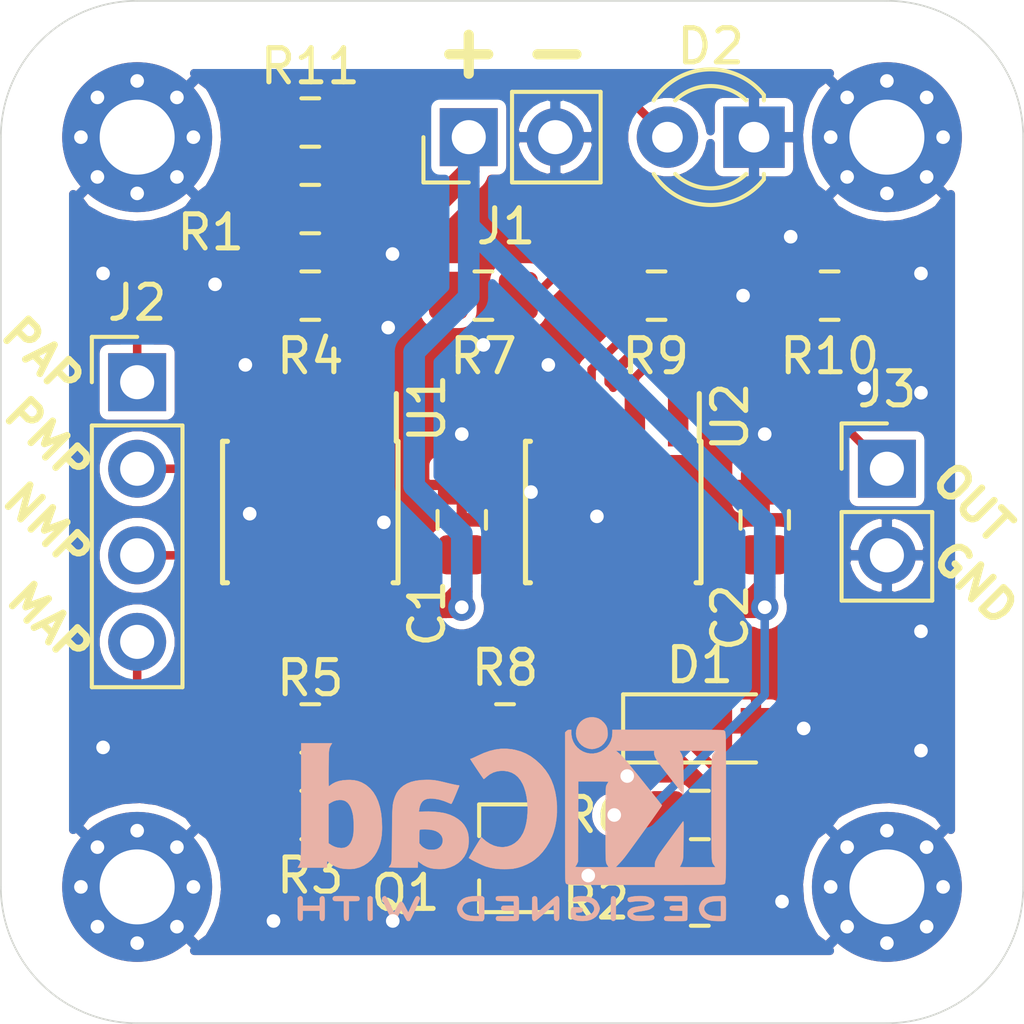
<source format=kicad_pcb>
(kicad_pcb (version 20171130) (host pcbnew 5.1.6+dfsg1-1~bpo10+1)
  (layers (0 F.Cu signal hide) (31 B.Cu signal hide) (35 F.Paste user hide) (36 B.SilkS user hide) (37 F.SilkS user hide) (38 B.Mask user hide) (39 F.Mask user hide) (44 Edge.Cuts user))
  (net 0 "")
  (net 1 GND)
  (net 2 +15V)
  (net 3 "Net-(D1-Pad1)")
  (net 4 /MAP)
  (net 5 /NMP)
  (net 6 /PMP)
  (net 7 /PAP)
  (net 8 /Meusure)
  (net 9 "Net-(Q1-Pad2)")
  (net 10 "Net-(Q1-Pad1)")
  (net 11 "Net-(R3-Pad2)")
  (net 12 "Net-(R3-Pad1)")
  (net 13 "Net-(R4-Pad1)")
  (net 14 "Net-(R5-Pad1)")
  (net 15 "Net-(R10-Pad2)")
  (net 16 "Net-(R8-Pad1)")
  (net 17 "Net-(D2-Pad2)")
  (module Package_SO:SOIC-8_3.9x4.9mm_P1.27mm (layer F.Cu) (at 113.97 111 270)
    (fp_text reference U2 (at -2.794 -3.429 90) (layer F.SilkS))
    (fp_text value MCP602)
    (pad 8 smd rect (at 2.7 -1.905 270) (size 1.55 0.6) (layers F.Cu F.Paste F.Mask) (net 2 +15V))
    (pad 7 smd rect (at 2.7 -0.635 270) (size 1.55 0.6) (layers F.Cu F.Paste F.Mask) (net 10 "Net-(Q1-Pad1)"))
    (pad 6 smd rect (at 2.7 0.635 270) (size 1.55 0.6) (layers F.Cu F.Paste F.Mask) (net 9 "Net-(Q1-Pad2)"))
    (pad 5 smd rect (at 2.7 1.905 270) (size 1.55 0.6) (layers F.Cu F.Paste F.Mask) (net 3 "Net-(D1-Pad1)"))
    (pad 4 smd rect (at -2.7 1.905 270) (size 1.55 0.6) (layers F.Cu F.Paste F.Mask) (net 1 GND))
    (pad 3 smd rect (at -2.7 0.635 270) (size 1.55 0.6) (layers F.Cu F.Paste F.Mask) (net 16 "Net-(R8-Pad1)"))
    (pad 2 smd rect (at -2.7 -0.635 270) (size 1.55 0.6) (layers F.Cu F.Paste F.Mask) (net 15 "Net-(R10-Pad2)"))
    (pad 1 smd rect (at -2.7 -1.905 270) (size 1.55 0.6) (layers F.Cu F.Paste F.Mask) (net 8 /Meusure))
  )
  (module Symbol:KiCad-Logo2_6mm_SilkScreen (layer B.Cu) (at 111 120 180)
    (fp_text reference S1 hide)
    (fp_text value KiCad-Logo2_6mm_SilkScreen hide)
  )
  (module Connector_PinHeader_2.54mm:PinHeader_1x02_P2.54mm_Vertical (layer F.Cu) (at 122 109.73)
    (fp_text reference J3 (at 0 -2.33) (layer F.SilkS))
    (fp_text value Conn_01x02_Female)
    (pad 2 thru_hole oval (at 0 2.54) (size 1.7 1.7) (drill 1) (layers *.Cu *.Mask) (net 1 GND))
    (pad 1 thru_hole rect (at 0 0) (size 1.7 1.7) (drill 1) (layers *.Cu *.Mask) (net 8 /Meusure))
  )
  (module Package_SO:SOIC-8_3.9x4.9mm_P1.27mm (layer F.Cu) (at 105.08 111 270)
    (fp_text reference U1 (at -3.048 -3.429 90) (layer F.SilkS))
    (fp_text value MCP602)
    (pad 8 smd rect (at 2.7 -1.905 270) (size 1.55 0.6) (layers F.Cu F.Paste F.Mask) (net 2 +15V))
    (pad 7 smd rect (at 2.7 -0.635 270) (size 1.55 0.6) (layers F.Cu F.Paste F.Mask) (net 14 "Net-(R5-Pad1)"))
    (pad 6 smd rect (at 2.7 0.635 270) (size 1.55 0.6) (layers F.Cu F.Paste F.Mask) (net 11 "Net-(R3-Pad2)"))
    (pad 5 smd rect (at 2.7 1.905 270) (size 1.55 0.6) (layers F.Cu F.Paste F.Mask) (net 5 /NMP))
    (pad 4 smd rect (at -2.7 1.905 270) (size 1.55 0.6) (layers F.Cu F.Paste F.Mask) (net 1 GND))
    (pad 3 smd rect (at -2.7 0.635 270) (size 1.55 0.6) (layers F.Cu F.Paste F.Mask) (net 6 /PMP))
    (pad 2 smd rect (at -2.7 -0.635 270) (size 1.55 0.6) (layers F.Cu F.Paste F.Mask) (net 12 "Net-(R3-Pad1)"))
    (pad 1 smd rect (at -2.7 -1.905 270) (size 1.55 0.6) (layers F.Cu F.Paste F.Mask) (net 13 "Net-(R4-Pad1)"))
  )
  (module Connector_PinHeader_2.54mm:PinHeader_1x04_P2.54mm_Vertical (layer F.Cu) (at 100 107.19)
    (fp_text reference J2 (at 0 -2.33) (layer F.SilkS))
    (fp_text value Conn_01x04_Female)
    (pad 4 thru_hole oval (at 0 7.62) (size 1.7 1.7) (drill 1) (layers *.Cu *.Mask) (net 4 /MAP))
    (pad 3 thru_hole oval (at 0 5.08) (size 1.7 1.7) (drill 1) (layers *.Cu *.Mask) (net 5 /NMP))
    (pad 2 thru_hole oval (at 0 2.54) (size 1.7 1.7) (drill 1) (layers *.Cu *.Mask) (net 6 /PMP))
    (pad 1 thru_hole rect (at 0 0) (size 1.7 1.7) (drill 1) (layers *.Cu *.Mask) (net 7 /PAP))
  )
  (module Resistor_SMD:R_0805_2012Metric_Pad1.15x1.40mm_HandSolder (layer F.Cu) (at 116.51 122.43)
    (fp_text reference R2 (at -3.048 0) (layer F.SilkS))
    (fp_text value 5.1k)
    (pad 2 smd roundrect (at 1.025 0) (size 1.15 1.4) (layers F.Cu F.Paste F.Mask) (roundrect_rratio 0.217391) (net 1 GND))
    (pad 1 smd roundrect (at -1.025 0) (size 1.15 1.4) (layers F.Cu F.Paste F.Mask) (roundrect_rratio 0.217391) (net 9 "Net-(Q1-Pad2)"))
  )
  (module Resistor_SMD:R_0805_2012Metric_Pad1.15x1.40mm_HandSolder (layer F.Cu) (at 105.08 117.35 180)
    (fp_text reference R5 (at 0 1.475) (layer F.SilkS))
    (fp_text value 4.5k)
    (pad 2 smd roundrect (at 1.025 0 180) (size 1.15 1.4) (layers F.Cu F.Paste F.Mask) (roundrect_rratio 0.217) (net 11 "Net-(R3-Pad2)"))
    (pad 1 smd roundrect (at -1.025 0 180) (size 1.15 1.4) (layers F.Cu F.Paste F.Mask) (roundrect_rratio 0.217391) (net 14 "Net-(R5-Pad1)"))
  )
  (module Capacitor_SMD:C_0805_2012Metric_Pad1.15x1.40mm_HandSolder (layer F.Cu) (at 109.525 111.23 90)
    (fp_text reference C1 (at -2.74 -1.016 90) (layer F.SilkS))
    (fp_text value 100n hide)
    (pad 2 smd roundrect (at 1.025 0 90) (size 1.15 1.4) (layers F.Cu F.Paste F.Mask) (roundrect_rratio 0.217391) (net 1 GND))
    (pad 1 smd roundrect (at -1.025 0 90) (size 1.15 1.4) (layers F.Cu F.Paste F.Mask) (roundrect_rratio 0.217391) (net 2 +15V))
  )
  (module Resistor_SMD:R_0805_2012Metric_Pad1.15x1.40mm_HandSolder (layer F.Cu) (at 105.08 104.65 180)
    (fp_text reference R4 (at 0 -1.778) (layer F.SilkS))
    (fp_text value 4.5k)
    (pad 2 smd roundrect (at 1.025 0 180) (size 1.15 1.4) (layers F.Cu F.Paste F.Mask) (roundrect_rratio 0.217391) (net 12 "Net-(R3-Pad1)"))
    (pad 1 smd roundrect (at -1.025 0 180) (size 1.15 1.4) (layers F.Cu F.Paste F.Mask) (roundrect_rratio 0.217391) (net 13 "Net-(R4-Pad1)"))
  )
  (module Diode_SMD:D_SOD-123 (layer F.Cu) (at 116.51 117.35)
    (fp_text reference D1 (at 0 -1.856) (layer F.SilkS))
    (fp_text value 5.1V)
    (pad 2 smd rect (at 1.65 0) (size 0.9 1.2) (layers F.Cu F.Paste F.Mask) (net 1 GND))
    (pad 1 smd rect (at -1.65 0) (size 0.9 1.2) (layers F.Cu F.Paste F.Mask) (net 3 "Net-(D1-Pad1)"))
  )
  (module Resistor_SMD:R_0805_2012Metric_Pad1.15x1.40mm_HandSolder (layer F.Cu) (at 120.32 104.65 180)
    (fp_text reference R10 (at 0 -1.778) (layer F.SilkS))
    (fp_text value 10k)
    (pad 2 smd roundrect (at 1.025 0 180) (size 1.15 1.4) (layers F.Cu F.Paste F.Mask) (roundrect_rratio 0.217391) (net 15 "Net-(R10-Pad2)"))
    (pad 1 smd roundrect (at -1.025 0 180) (size 1.15 1.4) (layers F.Cu F.Paste F.Mask) (roundrect_rratio 0.217391) (net 8 /Meusure))
  )
  (module Resistor_SMD:R_0805_2012Metric_Pad1.15x1.40mm_HandSolder (layer F.Cu) (at 115.24 104.65)
    (fp_text reference R9 (at -0.025 1.778) (layer F.SilkS))
    (fp_text value 10k)
    (pad 2 smd roundrect (at 1.025 0) (size 1.15 1.4) (layers F.Cu F.Paste F.Mask) (roundrect_rratio 0.217391) (net 1 GND))
    (pad 1 smd roundrect (at -1.025 0) (size 1.15 1.4) (layers F.Cu F.Paste F.Mask) (roundrect_rratio 0.217391) (net 16 "Net-(R8-Pad1)"))
  )
  (module Resistor_SMD:R_0805_2012Metric_Pad1.15x1.40mm_HandSolder (layer F.Cu) (at 110.16 104.65 180)
    (fp_text reference R7 (at 0 -1.778) (layer F.SilkS))
    (fp_text value 10k)
    (pad 2 smd roundrect (at 1.025 0 180) (size 1.15 1.4) (layers F.Cu F.Paste F.Mask) (roundrect_rratio 0.217391) (net 13 "Net-(R4-Pad1)"))
    (pad 1 smd roundrect (at -1.025 0 180) (size 1.15 1.4) (layers F.Cu F.Paste F.Mask) (roundrect_rratio 0.217391) (net 15 "Net-(R10-Pad2)"))
  )
  (module Resistor_SMD:R_0805_2012Metric_Pad1.15x1.40mm_HandSolder (layer F.Cu) (at 110.795 117.35 180)
    (fp_text reference R8 (at 0 1.778) (layer F.SilkS))
    (fp_text value 10k)
    (pad 2 smd roundrect (at 1.025 0 180) (size 1.15 1.4) (layers F.Cu F.Paste F.Mask) (roundrect_rratio 0.217391) (net 14 "Net-(R5-Pad1)"))
    (pad 1 smd roundrect (at -1.025 0 180) (size 1.15 1.4) (layers F.Cu F.Paste F.Mask) (roundrect_rratio 0.217391) (net 16 "Net-(R8-Pad1)"))
  )
  (module Capacitor_SMD:C_0805_2012Metric_Pad1.15x1.40mm_HandSolder (layer F.Cu) (at 118.415 111.23 90)
    (fp_text reference C2 (at -2.867 -1.016 90) (layer F.SilkS))
    (fp_text value 100n)
    (pad 2 smd roundrect (at 1.025 0 90) (size 1.15 1.4) (layers F.Cu F.Paste F.Mask) (roundrect_rratio 0.217391) (net 1 GND))
    (pad 1 smd roundrect (at -1.025 0 90) (size 1.15 1.4) (layers F.Cu F.Paste F.Mask) (roundrect_rratio 0.217391) (net 2 +15V))
  )
  (module Resistor_SMD:R_0805_2012Metric_Pad1.15x1.40mm_HandSolder (layer F.Cu) (at 116.51 119.89)
    (fp_text reference R6 (at -3.048 0) (layer F.SilkS))
    (fp_text value 2.2k)
    (pad 2 smd roundrect (at 1.025 0) (size 1.15 1.4) (layers F.Cu F.Paste F.Mask) (roundrect_rratio 0.217391) (net 3 "Net-(D1-Pad1)"))
    (pad 1 smd roundrect (at -1.025 0) (size 1.15 1.4) (layers F.Cu F.Paste F.Mask) (roundrect_rratio 0.217391) (net 2 +15V))
  )
  (module Package_TO_SOT_SMD:SOT-23 (layer F.Cu) (at 110.795 121.16 180)
    (fp_text reference Q1 (at 2.921 -1.016) (layer F.SilkS))
    (fp_text value BC847)
    (pad 3 smd rect (at 1 0 180) (size 0.9 0.8) (layers F.Cu F.Paste F.Mask) (net 4 /MAP))
    (pad 2 smd rect (at -1 0.95 180) (size 0.9 0.8) (layers F.Cu F.Paste F.Mask) (net 9 "Net-(Q1-Pad2)"))
    (pad 1 smd rect (at -1 -0.95 180) (size 0.9 0.8) (layers F.Cu F.Paste F.Mask) (net 10 "Net-(Q1-Pad1)"))
  )
  (module MountingHole:MountingHole_2.2mm_M2_Pad_Via (layer F.Cu) (at 100 122)
    (fp_text reference H4 hide)
    (fp_text value MountingHole_Pad hide)
    (pad 1 thru_hole circle (at 1.166726 -1.166726) (size 0.7 0.7) (drill 0.4) (layers *.Cu *.Mask) (net 1 GND))
    (pad 1 thru_hole circle (at 0 -1.65) (size 0.7 0.7) (drill 0.4) (layers *.Cu *.Mask) (net 1 GND))
    (pad 1 thru_hole circle (at -1.166726 -1.166726) (size 0.7 0.7) (drill 0.4) (layers *.Cu *.Mask) (net 1 GND))
    (pad 1 thru_hole circle (at -1.65 0) (size 0.7 0.7) (drill 0.4) (layers *.Cu *.Mask) (net 1 GND))
    (pad 1 thru_hole circle (at -1.166726 1.166726) (size 0.7 0.7) (drill 0.4) (layers *.Cu *.Mask) (net 1 GND))
    (pad 1 thru_hole circle (at 0 1.65) (size 0.7 0.7) (drill 0.4) (layers *.Cu *.Mask) (net 1 GND))
    (pad 1 thru_hole circle (at 1.166726 1.166726) (size 0.7 0.7) (drill 0.4) (layers *.Cu *.Mask) (net 1 GND))
    (pad 1 thru_hole circle (at 1.65 0) (size 0.7 0.7) (drill 0.4) (layers *.Cu *.Mask) (net 1 GND))
    (pad 1 thru_hole circle (at 0 0) (size 4.4 4.4) (drill 2.2) (layers *.Cu *.Mask) (net 1 GND))
  )
  (module MountingHole:MountingHole_2.2mm_M2_Pad_Via (layer F.Cu) (at 122 122)
    (fp_text reference H3 hide)
    (fp_text value MountingHole_Pad hide)
    (pad 1 thru_hole circle (at 1.166726 -1.166726) (size 0.7 0.7) (drill 0.4) (layers *.Cu *.Mask) (net 1 GND))
    (pad 1 thru_hole circle (at 0 -1.65) (size 0.7 0.7) (drill 0.4) (layers *.Cu *.Mask) (net 1 GND))
    (pad 1 thru_hole circle (at -1.166726 -1.166726) (size 0.7 0.7) (drill 0.4) (layers *.Cu *.Mask) (net 1 GND))
    (pad 1 thru_hole circle (at -1.65 0) (size 0.7 0.7) (drill 0.4) (layers *.Cu *.Mask) (net 1 GND))
    (pad 1 thru_hole circle (at -1.166726 1.166726) (size 0.7 0.7) (drill 0.4) (layers *.Cu *.Mask) (net 1 GND))
    (pad 1 thru_hole circle (at 0 1.65) (size 0.7 0.7) (drill 0.4) (layers *.Cu *.Mask) (net 1 GND))
    (pad 1 thru_hole circle (at 1.166726 1.166726) (size 0.7 0.7) (drill 0.4) (layers *.Cu *.Mask) (net 1 GND))
    (pad 1 thru_hole circle (at 1.65 0) (size 0.7 0.7) (drill 0.4) (layers *.Cu *.Mask) (net 1 GND))
    (pad 1 thru_hole circle (at 0 0) (size 4.4 4.4) (drill 2.2) (layers *.Cu *.Mask) (net 1 GND))
  )
  (module MountingHole:MountingHole_2.2mm_M2_Pad_Via (layer F.Cu) (at 122 100)
    (fp_text reference H2 hide)
    (fp_text value MountingHole_Pad hide)
    (pad 1 thru_hole circle (at 1.166726 -1.166726) (size 0.7 0.7) (drill 0.4) (layers *.Cu *.Mask) (net 1 GND))
    (pad 1 thru_hole circle (at 0 -1.65) (size 0.7 0.7) (drill 0.4) (layers *.Cu *.Mask) (net 1 GND))
    (pad 1 thru_hole circle (at -1.166726 -1.166726) (size 0.7 0.7) (drill 0.4) (layers *.Cu *.Mask) (net 1 GND))
    (pad 1 thru_hole circle (at -1.65 0) (size 0.7 0.7) (drill 0.4) (layers *.Cu *.Mask) (net 1 GND))
    (pad 1 thru_hole circle (at -1.166726 1.166726) (size 0.7 0.7) (drill 0.4) (layers *.Cu *.Mask) (net 1 GND))
    (pad 1 thru_hole circle (at 0 1.65) (size 0.7 0.7) (drill 0.4) (layers *.Cu *.Mask) (net 1 GND))
    (pad 1 thru_hole circle (at 1.166726 1.166726) (size 0.7 0.7) (drill 0.4) (layers *.Cu *.Mask) (net 1 GND))
    (pad 1 thru_hole circle (at 1.65 0) (size 0.7 0.7) (drill 0.4) (layers *.Cu *.Mask) (net 1 GND))
    (pad 1 thru_hole circle (at 0 0) (size 4.4 4.4) (drill 2.2) (layers *.Cu *.Mask) (net 1 GND))
  )
  (module MountingHole:MountingHole_2.2mm_M2_Pad_Via (layer F.Cu) (at 100 100)
    (fp_text reference H1 hide)
    (fp_text value MountingHole_Pad hide)
    (pad 1 thru_hole circle (at 1.166726 -1.166726) (size 0.7 0.7) (drill 0.4) (layers *.Cu *.Mask) (net 1 GND))
    (pad 1 thru_hole circle (at 0 -1.65) (size 0.7 0.7) (drill 0.4) (layers *.Cu *.Mask) (net 1 GND))
    (pad 1 thru_hole circle (at -1.166726 -1.166726) (size 0.7 0.7) (drill 0.4) (layers *.Cu *.Mask) (net 1 GND))
    (pad 1 thru_hole circle (at -1.65 0) (size 0.7 0.7) (drill 0.4) (layers *.Cu *.Mask) (net 1 GND))
    (pad 1 thru_hole circle (at -1.166726 1.166726) (size 0.7 0.7) (drill 0.4) (layers *.Cu *.Mask) (net 1 GND))
    (pad 1 thru_hole circle (at 0 1.65) (size 0.7 0.7) (drill 0.4) (layers *.Cu *.Mask) (net 1 GND))
    (pad 1 thru_hole circle (at 1.166726 1.166726) (size 0.7 0.7) (drill 0.4) (layers *.Cu *.Mask) (net 1 GND))
    (pad 1 thru_hole circle (at 1.65 0) (size 0.7 0.7) (drill 0.4) (layers *.Cu *.Mask) (net 1 GND))
    (pad 1 thru_hole circle (at 0 0) (size 4.4 4.4) (drill 2.2) (layers *.Cu *.Mask) (net 1 GND))
  )
  (module Resistor_SMD:R_0805_2012Metric_Pad1.15x1.40mm_HandSolder (layer F.Cu) (at 105.08 99.57)
    (fp_text reference R11 (at 0 -1.65) (layer F.SilkS))
    (fp_text value 1k)
    (pad 2 smd roundrect (at 1.025 0) (size 1.15 1.4) (layers F.Cu F.Paste F.Mask) (roundrect_rratio 0.217391) (net 17 "Net-(D2-Pad2)"))
    (pad 1 smd roundrect (at -1.025 0) (size 1.15 1.4) (layers F.Cu F.Paste F.Mask) (roundrect_rratio 0.217391) (net 2 +15V))
  )
  (module Resistor_SMD:R_0805_2012Metric_Pad1.15x1.40mm_HandSolder (layer F.Cu) (at 105.08 119.89 180)
    (fp_text reference R3 (at 0 -1.778) (layer F.SilkS))
    (fp_text value 1k)
    (pad 2 smd roundrect (at 1.025 0 180) (size 1.15 1.4) (layers F.Cu F.Paste F.Mask) (roundrect_rratio 0.217391) (net 11 "Net-(R3-Pad2)"))
    (pad 1 smd roundrect (at -1.025 0 180) (size 1.15 1.4) (layers F.Cu F.Paste F.Mask) (roundrect_rratio 0.217391) (net 12 "Net-(R3-Pad1)"))
  )
  (module Resistor_SMD:R_0805_2012Metric_Pad1.15x1.40mm_HandSolder (layer F.Cu) (at 105.08 102.11 180)
    (fp_text reference R1 (at 2.921 -0.684) (layer F.SilkS))
    (fp_text value 5.1k)
    (pad 2 smd roundrect (at 1.025 0 180) (size 1.15 1.4) (layers F.Cu F.Paste F.Mask) (roundrect_rratio 0.217391) (net 7 /PAP))
    (pad 1 smd roundrect (at -1.025 0 180) (size 1.15 1.4) (layers F.Cu F.Paste F.Mask) (roundrect_rratio 0.217391) (net 2 +15V))
  )
  (module Connector_PinHeader_2.54mm:PinHeader_1x02_P2.54mm_Vertical (layer F.Cu) (at 109.73 100 90)
    (fp_text reference J1 (at -2.618 1.094 180) (layer F.SilkS))
    (fp_text value Conn_01x02_Female)
    (pad 2 thru_hole oval (at 0 2.54 90) (size 1.7 1.7) (drill 1) (layers *.Cu *.Mask) (net 1 GND))
    (pad 1 thru_hole rect (at 0 0 90) (size 1.7 1.7) (drill 1) (layers *.Cu *.Mask) (net 2 +15V))
  )
  (module LED_THT:LED_D3.0mm (layer F.Cu) (at 118.1 100 180)
    (fp_text reference D2 (at 1.27 2.667) (layer F.SilkS))
    (fp_text value LED)
    (pad 2 thru_hole circle (at 2.54 0 180) (size 1.8 1.8) (drill 0.9) (layers *.Cu *.Mask) (net 17 "Net-(D2-Pad2)"))
    (pad 1 thru_hole rect (at 0 0 180) (size 1.8 1.8) (drill 0.9) (layers *.Cu *.Mask) (net 1 GND))
  )
  (gr_text PAP (at 98.222 107.444 -45) (layer F.SilkS) (effects (font (size 0.9 0.9) (thickness 0.2)) (justify right)))
  (gr_text GND (at 123.524 112.016 -45) (layer F.SilkS) (effects (font (size 0.9 0.9) (thickness 0.2)) (justify left)))
  (gr_text OUT (at 123.524 109.73 -45) (layer F.SilkS) (effects (font (size 0.9 0.9) (thickness 0.2)) (justify left)))
  (gr_text MAP (at 98.476 115.318 -45) (layer F.SilkS) (effects (font (size 0.9 0.9) (thickness 0.2)) (justify right)))
  (gr_text NMP (at 98.476 112.524 -45) (layer F.SilkS) (effects (font (size 0.9 0.9) (thickness 0.2)) (justify right)))
  (gr_text PMP (at 98.476 109.984 -45) (layer F.SilkS) (effects (font (size 0.9 0.9) (thickness 0.2)) (justify right)))
  (gr_line (start 122 126) (end 100 126) (layer Edge.Cuts) (width 0.05))
  (gr_text - (at 112.319 97.46) (layer F.SilkS) (effects (font (size 1.5 1.5) (thickness 0.3))))
  (gr_text + (at 109.73 97.46) (layer F.SilkS) (effects (font (size 1.5 1.5) (thickness 0.3))))
  (gr_arc (start 100 100) (end 100 96) (angle -90) (layer Edge.Cuts) (width 0.05))
  (gr_arc (start 100 122) (end 96 122) (angle -90) (layer Edge.Cuts) (width 0.05))
  (gr_arc (start 122 122) (end 122 126) (angle -90) (layer Edge.Cuts) (width 0.05))
  (gr_arc (start 122 100) (end 126 100) (angle -90) (layer Edge.Cuts) (width 0.05))
  (gr_line (start 100 96) (end 122 96) (layer Edge.Cuts) (width 0.05))
  (gr_line (start 96 100) (end 96 122) (layer Edge.Cuts) (width 0.05))
  (gr_line (start 126 100) (end 126 122) (layer Edge.Cuts) (width 0.05))
  (via (at 118.923 122.43) (size 0.8) (drill 0.4) (layers F.Cu B.Cu) (net 1))
  (via (at 119.558 117.35) (size 0.8) (drill 0.4) (layers F.Cu B.Cu) (net 1))
  (via (at 103.175 106.682) (size 0.8) (drill 0.4) (layers F.Cu B.Cu) (net 1))
  (via (at 109.525 108.714) (size 0.8) (drill 0.4) (layers F.Cu B.Cu) (net 1))
  (via (at 118.415 108.714) (size 0.8) (drill 0.4) (layers F.Cu B.Cu) (net 1))
  (via (at 112.065 106.682) (size 0.8) (drill 0.4) (layers F.Cu B.Cu) (net 1))
  (via (at 117.78 104.65) (size 0.8) (drill 0.4) (layers F.Cu B.Cu) (net 1))
  (segment (start 119.558 117.35) (end 118.16 117.35) (width 0.25) (layer F.Cu) (net 1))
  (segment (start 119.05 122.43) (end 117.535 122.43) (width 0.25) (layer F.Cu) (net 1))
  (segment (start 112.065 106.682) (end 112.065 108.3) (width 0.25) (layer F.Cu) (net 1))
  (segment (start 109.525 108.714) (end 109.525 110.205) (width 0.25) (layer F.Cu) (net 1))
  (segment (start 117.78 104.65) (end 116.265 104.65) (width 0.25) (layer F.Cu) (net 1))
  (segment (start 103.175 108.3) (end 103.175 106.682) (width 0.25) (layer F.Cu) (net 1))
  (via (at 103.302 111.049) (size 0.8) (drill 0.4) (layers F.Cu B.Cu) (net 1))
  (via (at 107.239 111.303) (size 0.8) (drill 0.4) (layers F.Cu B.Cu) (net 1))
  (via (at 107.366 105.588) (size 0.8) (drill 0.4) (layers F.Cu B.Cu) (net 1))
  (via (at 107.493 103.429) (size 0.8) (drill 0.4) (layers F.Cu B.Cu) (net 1))
  (via (at 111.557 110.414) (size 0.8) (drill 0.4) (layers F.Cu B.Cu) (net 1))
  (via (at 121.336 107.366) (size 0.8) (drill 0.4) (layers F.Cu B.Cu) (net 1))
  (via (at 99 117.907) (size 0.8) (drill 0.4) (layers F.Cu B.Cu) (net 1))
  (via (at 99 104) (size 0.8) (drill 0.4) (layers F.Cu B.Cu) (net 1))
  (via (at 119.177 102.921) (size 0.8) (drill 0.4) (layers F.Cu B.Cu) (net 1))
  (via (at 110.16 106.096) (size 0.8) (drill 0.4) (layers F.Cu B.Cu) (net 1))
  (via (at 102.286 104.318) (size 0.8) (drill 0.4) (layers F.Cu B.Cu) (net 1))
  (via (at 123 104) (size 0.8) (drill 0.4) (layers F.Cu B.Cu) (net 1))
  (via (at 123 107.5) (size 0.8) (drill 0.4) (layers F.Cu B.Cu) (net 1))
  (via (at 123 114.5) (size 0.8) (drill 0.4) (layers F.Cu B.Cu) (net 1))
  (via (at 123 118) (size 0.8) (drill 0.4) (layers F.Cu B.Cu) (net 1))
  (segment (start 118.415 110.205) (end 118.415 108.714) (width 0.5) (layer F.Cu) (net 1))
  (via (at 113.491 111.127) (size 0.8) (drill 0.4) (layers F.Cu B.Cu) (net 1))
  (via (at 113.237 121.668) (size 0.8) (drill 0.4) (layers F.Cu B.Cu) (net 1))
  (via (at 104 123) (size 0.8) (drill 0.4) (layers F.Cu B.Cu) (net 1))
  (via (at 107.5 123) (size 0.8) (drill 0.4) (layers F.Cu B.Cu) (net 1))
  (via (at 114.38 118.747) (size 0.8) (drill 0.4) (layers F.Cu B.Cu) (net 1))
  (via (at 118.415 113.794) (size 0.8) (drill 0.4) (layers F.Cu B.Cu) (net 2))
  (via (at 109.525 113.794) (size 0.8) (drill 0.4) (layers F.Cu B.Cu) (net 2))
  (segment (start 104.055 99.57) (end 104.055 99.815) (width 0.635) (layer F.Cu) (net 2))
  (segment (start 106.105 101.865) (end 106.105 102.11) (width 0.635) (layer F.Cu) (net 2))
  (segment (start 104.055 99.815) (end 106.105 101.865) (width 0.635) (layer F.Cu) (net 2))
  (segment (start 106.105 102.11) (end 108.636 102.11) (width 0.635) (layer F.Cu) (net 2))
  (segment (start 109.73 101.016) (end 109.73 100) (width 0.635) (layer F.Cu) (net 2))
  (segment (start 108.636 102.11) (end 109.73 101.016) (width 0.635) (layer F.Cu) (net 2))
  (segment (start 115.969 113.794) (end 115.875 113.7) (width 0.635) (layer F.Cu) (net 2))
  (segment (start 107.079 113.794) (end 106.985 113.7) (width 0.635) (layer F.Cu) (net 2))
  (segment (start 109.73 104.699) (end 108.128 106.301) (width 0.635) (layer B.Cu) (net 2))
  (segment (start 108.128 106.301) (end 108.128 110.238) (width 0.635) (layer B.Cu) (net 2))
  (segment (start 109.525 111.635) (end 109.525 113.794) (width 0.635) (layer B.Cu) (net 2))
  (segment (start 108.128 110.238) (end 109.525 111.635) (width 0.635) (layer B.Cu) (net 2))
  (segment (start 118.415 113.794) (end 118.415 111.674098) (width 0.635) (layer B.Cu) (net 2))
  (segment (start 109.73 100) (end 109.73 101.426) (width 0.635) (layer B.Cu) (net 2))
  (segment (start 109.73 101.426) (end 109.73 104.699) (width 0.635) (layer B.Cu) (net 2))
  (segment (start 115.485 119.89) (end 115.485 119.373) (width 0.25) (layer F.Cu) (net 2))
  (segment (start 115.485 119.89) (end 114.91 119.89) (width 0.25) (layer F.Cu) (net 2))
  (segment (start 117.829 113.794) (end 115.969 113.794) (width 0.635) (layer F.Cu) (net 2))
  (segment (start 118.415 113.794) (end 117.829 113.794) (width 0.635) (layer F.Cu) (net 2))
  (segment (start 118.415 113.208) (end 118.415 113.794) (width 0.635) (layer F.Cu) (net 2))
  (segment (start 118.415 112.255) (end 118.415 113.208) (width 0.635) (layer F.Cu) (net 2))
  (segment (start 109.525 113.335) (end 109.525 113.794) (width 0.635) (layer F.Cu) (net 2))
  (segment (start 108.968 113.794) (end 107.079 113.794) (width 0.635) (layer F.Cu) (net 2))
  (segment (start 109.525 112.255) (end 109.525 113.335) (width 0.635) (layer F.Cu) (net 2))
  (segment (start 109.525 113.794) (end 108.968 113.794) (width 0.635) (layer F.Cu) (net 2))
  (segment (start 117.829 113.794) (end 118.415 113.208) (width 0.635) (layer F.Cu) (net 2))
  (segment (start 109.066 113.794) (end 109.525 113.335) (width 0.635) (layer F.Cu) (net 2))
  (segment (start 108.968 113.794) (end 109.066 113.794) (width 0.635) (layer F.Cu) (net 2))
  (segment (start 118.415 111.674098) (end 118.415 111.303) (width 0.635) (layer B.Cu) (net 2))
  (segment (start 109.73 102.618) (end 109.73 101.426) (width 0.635) (layer B.Cu) (net 2))
  (segment (start 118.415 111.303) (end 109.73 102.618) (width 0.635) (layer B.Cu) (net 2))
  (segment (start 115.485 119.89) (end 113.999 119.89) (width 0.25) (layer F.Cu) (net 2))
  (segment (start 113.999 119.89) (end 113.999 119.89) (width 0.25) (layer F.Cu) (net 2))
  (via (at 113.999 119.89) (size 0.8) (drill 0.4) (layers F.Cu B.Cu) (net 2))
  (segment (start 114.888 119.89) (end 113.999 119.89) (width 0.25) (layer B.Cu) (net 2))
  (segment (start 118.415 113.794) (end 118.415 116.363) (width 0.25) (layer B.Cu) (net 2))
  (segment (start 118.415 116.363) (end 114.888 119.89) (width 0.25) (layer B.Cu) (net 2))
  (segment (start 114.86 117.35) (end 114.995 117.35) (width 0.25) (layer F.Cu) (net 3))
  (segment (start 112.065 113.7) (end 112.065 112.426) (width 0.25) (layer F.Cu) (net 3))
  (segment (start 112.065 112.426) (end 112.475 112.016) (width 0.25) (layer F.Cu) (net 3))
  (segment (start 115.230001 112.485001) (end 115.230001 115.737999) (width 0.25) (layer F.Cu) (net 3))
  (segment (start 112.475 112.016) (end 114.761 112.016) (width 0.25) (layer F.Cu) (net 3))
  (segment (start 114.761 112.016) (end 115.230001 112.485001) (width 0.25) (layer F.Cu) (net 3))
  (segment (start 114.86 116.108) (end 114.86 117.35) (width 0.25) (layer F.Cu) (net 3))
  (segment (start 115.230001 115.737999) (end 114.86 116.108) (width 0.25) (layer F.Cu) (net 3))
  (segment (start 117.535 119.89) (end 117.535 119.489) (width 0.25) (layer F.Cu) (net 3))
  (segment (start 117.535 119.89) (end 117.535 119.108) (width 0.25) (layer F.Cu) (net 3))
  (segment (start 115.777 117.35) (end 114.86 117.35) (width 0.25) (layer F.Cu) (net 3))
  (segment (start 117.535 119.108) (end 115.777 117.35) (width 0.25) (layer F.Cu) (net 3))
  (segment (start 103.351 121.16) (end 109.795 121.16) (width 0.25) (layer F.Cu) (net 4))
  (segment (start 102.794 120.603) (end 103.351 121.16) (width 0.25) (layer F.Cu) (net 4))
  (segment (start 102.794 119.128) (end 102.794 120.603) (width 0.25) (layer F.Cu) (net 4))
  (segment (start 100 114.81) (end 100 116.334) (width 0.25) (layer F.Cu) (net 4))
  (segment (start 100 116.334) (end 102.794 119.128) (width 0.25) (layer F.Cu) (net 4))
  (segment (start 100 112.27) (end 102.794 112.27) (width 0.25) (layer F.Cu) (net 5))
  (segment (start 103.175 112.651) (end 103.175 113.7) (width 0.25) (layer F.Cu) (net 5))
  (segment (start 102.794 112.27) (end 103.175 112.651) (width 0.25) (layer F.Cu) (net 5))
  (segment (start 100 109.73) (end 104.064 109.73) (width 0.25) (layer F.Cu) (net 6))
  (segment (start 104.445 109.349) (end 104.445 108.3) (width 0.25) (layer F.Cu) (net 6))
  (segment (start 104.064 109.73) (end 104.445 109.349) (width 0.25) (layer F.Cu) (net 6))
  (segment (start 100 107.19) (end 100 104.904) (width 0.25) (layer F.Cu) (net 7))
  (segment (start 102.794 102.11) (end 104.055 102.11) (width 0.25) (layer F.Cu) (net 7))
  (segment (start 100 104.904) (end 102.794 102.11) (width 0.25) (layer F.Cu) (net 7))
  (segment (start 121.345 104.65) (end 121.345 104.659) (width 0.25) (layer F.Cu) (net 8))
  (segment (start 115.875 108.3) (end 115.875 107.571) (width 0.25) (layer F.Cu) (net 8))
  (segment (start 121.345 104.65) (end 121.345 105.813) (width 0.25) (layer F.Cu) (net 8))
  (segment (start 115.875 107.275) (end 116.165 106.985) (width 0.25) (layer F.Cu) (net 8))
  (segment (start 115.875 108.3) (end 115.875 107.275) (width 0.25) (layer F.Cu) (net 8))
  (segment (start 120.173 106.985) (end 120.2465 106.9115) (width 0.25) (layer F.Cu) (net 8))
  (segment (start 121.345 105.813) (end 120.2465 106.9115) (width 0.25) (layer F.Cu) (net 8))
  (segment (start 120.2465 107.9765) (end 120.486 108.216) (width 0.25) (layer F.Cu) (net 8))
  (segment (start 120.486 108.216) (end 122 109.73) (width 0.25) (layer F.Cu) (net 8))
  (segment (start 120.1395 107.1855) (end 119.939 106.985) (width 0.25) (layer F.Cu) (net 8))
  (segment (start 120.2465 107.1855) (end 120.1395 107.1855) (width 0.25) (layer F.Cu) (net 8))
  (segment (start 116.165 106.985) (end 119.939 106.985) (width 0.25) (layer F.Cu) (net 8))
  (segment (start 119.939 106.985) (end 120.173 106.985) (width 0.25) (layer F.Cu) (net 8))
  (segment (start 120.2465 107.1855) (end 120.2465 107.9765) (width 0.25) (layer F.Cu) (net 8))
  (segment (start 120.2465 106.9115) (end 120.2465 107.1855) (width 0.25) (layer F.Cu) (net 8))
  (segment (start 113.335 114.937) (end 113.335 113.7) (width 0.25) (layer F.Cu) (net 9))
  (segment (start 112.958805 118.370805) (end 112.958805 116.338805) (width 0.25) (layer F.Cu) (net 9))
  (segment (start 111.795 119.53461) (end 112.958805 118.370805) (width 0.25) (layer F.Cu) (net 9))
  (segment (start 111.795 120.21) (end 111.795 119.53461) (width 0.25) (layer F.Cu) (net 9))
  (segment (start 112.954 115.318) (end 113.335 114.937) (width 0.25) (layer F.Cu) (net 9))
  (segment (start 112.958805 116.338805) (end 112.954 116.334) (width 0.25) (layer F.Cu) (net 9))
  (segment (start 112.954 116.334) (end 112.954 115.318) (width 0.25) (layer F.Cu) (net 9))
  (segment (start 111.795 120.21) (end 111.795 120.287) (width 0.25) (layer F.Cu) (net 9))
  (segment (start 110.795 122.86) (end 110.795 121.21) (width 0.25) (layer F.Cu) (net 9))
  (segment (start 111.127 123.192) (end 110.795 122.86) (width 0.25) (layer F.Cu) (net 9))
  (segment (start 110.795 121.21) (end 111.795 120.21) (width 0.25) (layer F.Cu) (net 9))
  (segment (start 115.485 122.43) (end 113.716 122.43) (width 0.25) (layer F.Cu) (net 9))
  (segment (start 112.954 123.192) (end 111.127 123.192) (width 0.25) (layer F.Cu) (net 9))
  (segment (start 113.716 122.43) (end 112.954 123.192) (width 0.25) (layer F.Cu) (net 9))
  (segment (start 114.4186 115.1234) (end 114.605 114.937) (width 0.25) (layer F.Cu) (net 10))
  (segment (start 113.78501 115.1234) (end 114.4186 115.1234) (width 0.25) (layer F.Cu) (net 10))
  (segment (start 113.40401 115.5044) (end 113.78501 115.1234) (width 0.25) (layer F.Cu) (net 10))
  (segment (start 111.795 121.811) (end 112.7 120.906) (width 0.25) (layer F.Cu) (net 10))
  (segment (start 113.408815 118.557205) (end 113.408815 116.026815) (width 0.25) (layer F.Cu) (net 10))
  (segment (start 111.795 122.11) (end 111.795 121.811) (width 0.25) (layer F.Cu) (net 10))
  (segment (start 114.605 114.937) (end 114.605 113.7) (width 0.25) (layer F.Cu) (net 10))
  (segment (start 112.7 120.906) (end 112.7 119.26602) (width 0.25) (layer F.Cu) (net 10))
  (segment (start 112.7 119.26602) (end 113.408815 118.557205) (width 0.25) (layer F.Cu) (net 10))
  (segment (start 113.40401 116.02201) (end 113.40401 115.5044) (width 0.25) (layer F.Cu) (net 10))
  (segment (start 113.408815 116.026815) (end 113.40401 116.02201) (width 0.25) (layer F.Cu) (net 10))
  (segment (start 104.445 113.7) (end 104.445 115.699) (width 0.25) (layer F.Cu) (net 11))
  (segment (start 104.055 116.089) (end 104.055 117.35) (width 0.25) (layer F.Cu) (net 11))
  (segment (start 104.445 115.699) (end 104.055 116.089) (width 0.25) (layer F.Cu) (net 11))
  (segment (start 104.055 117.35) (end 104.055 119.89) (width 0.25) (layer F.Cu) (net 11))
  (segment (start 105.715 108.3) (end 105.715 107.317) (width 0.25) (layer F.Cu) (net 12))
  (segment (start 104.055 105.657) (end 104.055 104.65) (width 0.25) (layer F.Cu) (net 12))
  (segment (start 105.715 107.317) (end 104.055 105.657) (width 0.25) (layer F.Cu) (net 12))
  (segment (start 105.070001 118.855001) (end 106.105 119.89) (width 0.25) (layer F.Cu) (net 12))
  (segment (start 105.070001 110.429999) (end 105.070001 118.855001) (width 0.25) (layer F.Cu) (net 12))
  (segment (start 105.715 108.3) (end 105.715 109.785) (width 0.25) (layer F.Cu) (net 12))
  (segment (start 105.715 109.785) (end 105.070001 110.429999) (width 0.25) (layer F.Cu) (net 12))
  (segment (start 109.135 104.65) (end 106.105 104.65) (width 0.25) (layer F.Cu) (net 13))
  (segment (start 106.985 108.3) (end 106.985 106.809) (width 0.25) (layer F.Cu) (net 13))
  (segment (start 106.105 105.929) (end 106.105 104.65) (width 0.25) (layer F.Cu) (net 13))
  (segment (start 106.985 106.809) (end 106.105 105.929) (width 0.25) (layer F.Cu) (net 13))
  (segment (start 106.105 117.35) (end 109.77 117.35) (width 0.25) (layer F.Cu) (net 14))
  (segment (start 106.105 116.089) (end 106.105 117.35) (width 0.25) (layer F.Cu) (net 14))
  (segment (start 105.715 113.7) (end 105.715 115.699) (width 0.25) (layer F.Cu) (net 14))
  (segment (start 105.715 115.699) (end 106.105 116.089) (width 0.25) (layer F.Cu) (net 14))
  (segment (start 114.605 108.3) (end 114.605 107.063) (width 0.25) (layer F.Cu) (net 15))
  (segment (start 114.605 107.063) (end 115.24 106.428) (width 0.25) (layer F.Cu) (net 15))
  (segment (start 117.517 106.428) (end 119.295 104.65) (width 0.25) (layer F.Cu) (net 15))
  (segment (start 115.24 106.428) (end 117.517 106.428) (width 0.25) (layer F.Cu) (net 15))
  (segment (start 111.185 104.65) (end 111.684 104.65) (width 0.25) (layer F.Cu) (net 15))
  (segment (start 111.684 104.65) (end 113.208 103.126) (width 0.25) (layer F.Cu) (net 15))
  (segment (start 117.771 103.126) (end 119.295 104.65) (width 0.25) (layer F.Cu) (net 15))
  (segment (start 113.208 103.126) (end 117.771 103.126) (width 0.25) (layer F.Cu) (net 15))
  (segment (start 114.215 104.65) (end 114.215 105.929) (width 0.25) (layer F.Cu) (net 16))
  (segment (start 113.335 106.809) (end 113.335 108.3) (width 0.25) (layer F.Cu) (net 16))
  (segment (start 114.215 105.929) (end 113.335 106.809) (width 0.25) (layer F.Cu) (net 16))
  (segment (start 111.82 117.35) (end 111.82 116.216) (width 0.25) (layer F.Cu) (net 16))
  (segment (start 113.335 110.111) (end 113.335 108.3) (width 0.25) (layer F.Cu) (net 16))
  (segment (start 111.176 112.27) (end 113.335 110.111) (width 0.25) (layer F.Cu) (net 16))
  (segment (start 111.176 112.27) (end 111.176 115.543) (width 0.25) (layer F.Cu) (net 16))
  (segment (start 111.82 116.187) (end 111.82 116.216) (width 0.25) (layer F.Cu) (net 16))
  (segment (start 111.176 115.543) (end 111.82 116.187) (width 0.25) (layer F.Cu) (net 16))
  (segment (start 107.874 98.554) (end 106.858 99.57) (width 0.25) (layer F.Cu) (net 17))
  (segment (start 115.56 100) (end 114.114 98.554) (width 0.25) (layer F.Cu) (net 17))
  (segment (start 106.858 99.57) (end 106.105 99.57) (width 0.25) (layer F.Cu) (net 17))
  (segment (start 114.114 98.554) (end 107.874 98.554) (width 0.25) (layer F.Cu) (net 17))
  (zone (net 1) (net_name GND) (layer F.Cu) (connect_pads (clearance 0.25)) (min_thickness 0.25) (fill yes (arc_segments 32) (thermal_gap 0.25) (thermal_bridge_width 0.3) (smoothing fillet) (radius 1))
    (polygon (pts (xy 124 124) (xy 98 124) (xy 98 98) (xy 124 98)))
  )
  (zone (net 1) (net_name GND) (layer B.Cu) (connect_pads (clearance 0.25)) (min_thickness 0.25) (fill yes (arc_segments 32) (thermal_gap 0.25) (thermal_bridge_width 0.3) (smoothing fillet) (radius 1))
    (polygon (pts (xy 124 124) (xy 98 124) (xy 98 98) (xy 124 98)))
  )
)
</source>
